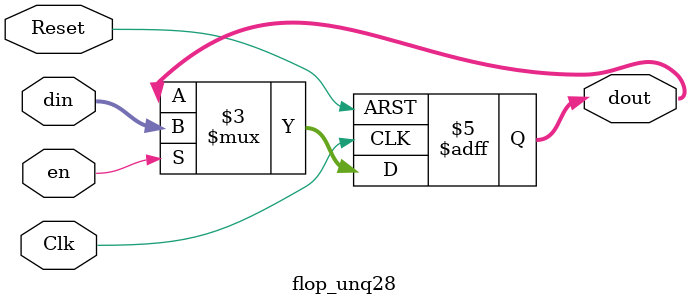
<source format=sv>

/* *****************************************************************************
 * File: flop.vp
 * 
 * Description:
 * Genesis2 flip-flop generator.
 * 
 * Required Genesis2 Controlable Parameters:
 * * Type		- Constant, Flop, RFlop, EFlop, or REFlop
 * * Width		- integer value specifying register width
 * * Default		- default value for the flop 
 *			 (only applies when flop_type=constant|rflop|reflop)
 * * SyncMode		- Sync or ASync flop * Change bar:
 * 
 * 
 * -----------
 * Date          Author   Description
 * Mar 30, 2010  shacham  init version  --  
 * May 20, 2014  jingpu   Add Async mode, change to active low reset
 * 
 * ****************************************************************************/


/*******************************************************************************
 * REQUIRED PARAMETERIZATION
 ******************************************************************************/
// Type (_GENESIS2_INHERITANCE_PRIORITY_) = REFlop
//
// Default (_GENESIS2_INHERITANCE_PRIORITY_) = 16
//
// Width (_GENESIS2_INHERITANCE_PRIORITY_) = 5
//
// SyncMode (_GENESIS2_DECLARATION_PRIORITY_) = ASync
//

module flop_unq28(
	       //inputs
	       input wire logic 		   Clk,
	       input wire logic [4:0]  din,
	       input wire logic 		   Reset,
	       input wire logic 		   en,

	       //outputs
	       output logic [4:0] dout
	       );


   /* synopsys dc_tcl_script_begin
    set_dont_retime [current_design] true
    set_optimize_registers false -design [current_design]
    */
   


   
   always_ff @(posedge Clk or negedge Reset) begin
      if (!Reset) 
	dout <= 5'h10;
      else if (en)
	dout <= din;
   end

endmodule : flop_unq28

</source>
